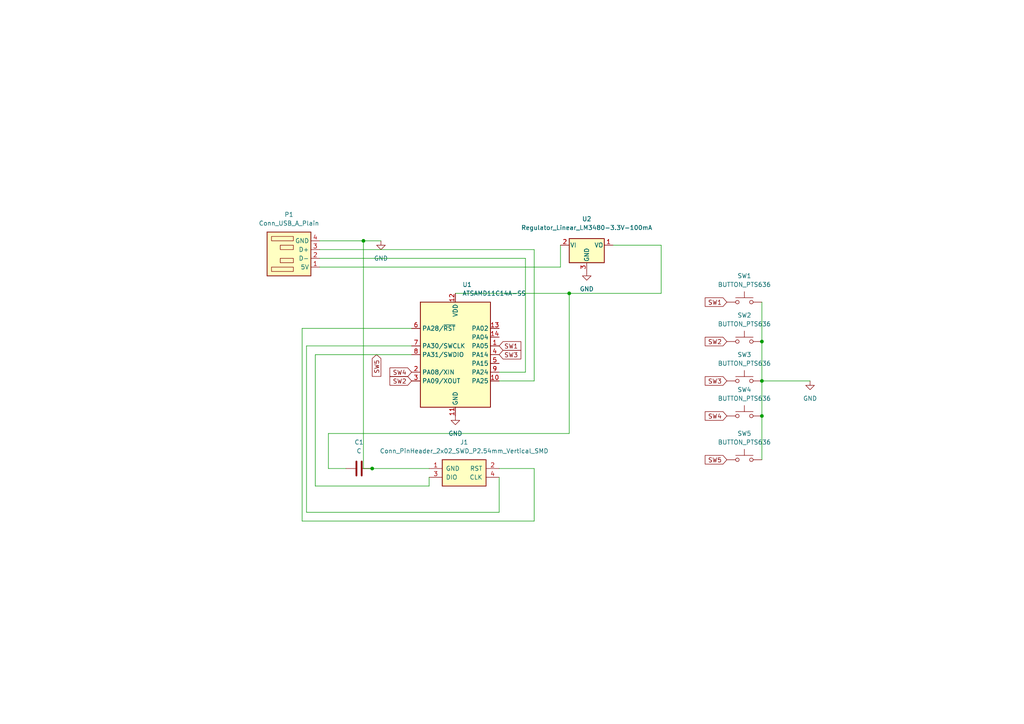
<source format=kicad_sch>
(kicad_sch (version 20211123) (generator eeschema)
  (paper "A4")
  (lib_symbols
    (symbol "fab:ATSAMD11C14A-SS"
      (property "Reference" "U" (at -10.16 16.51 0))
      (property "Value" "ATSAMD11C14A-SS" (at 1.27 16.51 0))
      (symbol "ATSAMD11C14A-SS_0_1"
        (rectangle (start -10.16 15.24) (end 10.16 -15.24) (stroke (width 0.254)) (fill (type background)))
      )
      (symbol "ATSAMD11C14A-SS_1_1"
        (pin bidirectional line (at 12.7 2.54 180) (length 2.54) (name "PA05") (number "1"))
        (pin bidirectional line (at 12.7 -7.62 180) (length 2.54) (name "PA25") (number "10"))
        (pin power_in line (at 0 -17.78 90) (length 2.54) (name "GND") (number "11"))
        (pin power_in line (at 0 17.78 270) (length 2.54) (name "VDD") (number "12"))
        (pin bidirectional line (at 12.7 7.62 180) (length 2.54) (name "PA02") (number "13"))
        (pin bidirectional line (at 12.7 5.08 180) (length 2.54) (name "PA04") (number "14"))
        (pin bidirectional line (at -12.7 -5.08 0) (length 2.54) (name "PA08/XIN") (number "2"))
        (pin bidirectional line (at -12.7 -7.62 0) (length 2.54) (name "PA09/XOUT") (number "3"))
        (pin bidirectional line (at 12.7 0 180) (length 2.54) (name "PA14") (number "4"))
        (pin bidirectional line (at 12.7 -2.54 180) (length 2.54) (name "PA15") (number "5"))
        (pin bidirectional line (at -12.7 7.62 0) (length 2.54) (name "PA28/~{RST}") (number "6"))
        (pin bidirectional line (at -12.7 2.54 0) (length 2.54) (name "PA30/SWCLK") (number "7"))
        (pin bidirectional line (at -12.7 0 0) (length 2.54) (name "PA31/SWDIO") (number "8"))
        (pin bidirectional line (at 12.7 -5.08 180) (length 2.54) (name "PA24") (number "9"))
      )
    )
    (symbol "fab:BUTTON_PTS636" (pin_numbers hide) (pin_names (offset 1.016) hide)
      (property "Reference" "SW" (at 1.27 2.54 0))
      (property "Value" "BUTTON_PTS636" (at 0 -1.524 0))
      (symbol "BUTTON_PTS636_0_1"
        (circle (center -2.032 0) (radius 0.508))
        (polyline (pts (xy 0 1.27) (xy 0 3.048)))
        (polyline (pts (xy 2.54 1.27) (xy -2.54 1.27)))
        (circle (center 2.032 0) (radius 0.508))
        (pin passive line (at -5.08 0 0) (length 2.54) (name "1") (number "1"))
        (pin passive line (at 5.08 0 180) (length 2.54) (name "2") (number "2"))
      )
    )
    (symbol "fab:C" (pin_numbers hide) (pin_names (offset 0.254))
      (property "Reference" "C" (at 0.635 2.54 0))
      (property "Value" "C" (at 0.635 -2.54 0))
      (symbol "C_0_1"
        (polyline (pts (xy -2.032 -0.762) (xy 2.032 -0.762)) (stroke (width 0.508)))
        (polyline (pts (xy -2.032 0.762) (xy 2.032 0.762)) (stroke (width 0.508)))
      )
      (symbol "C_1_1"
        (pin passive line (at 0 3.81 270) (length 2.794) (name "~") (number "1"))
        (pin passive line (at 0 -3.81 90) (length 2.794) (name "~") (number "2"))
      )
    )
    (symbol "fab:Conn_PinHeader_2x02_SWD_P2.54mm_Vertical_SMD" (pin_names (offset 1.016))
      (property "Reference" "J" (at -6.35 7.62 0))
      (property "Value" "Conn_PinHeader_2x02_SWD_P2.54mm_Vertical_SMD" (at -6.35 5.08 0))
      (symbol "Conn_PinHeader_2x02_SWD_P2.54mm_Vertical_SMD_1_1"
        (rectangle (start -6.35 3.81) (end 6.35 -3.81) (stroke (width 0.254)) (fill (type background)))
        (pin passive line (at -10.16 1.27 0) (length 3.81) (name "GND") (number "1"))
        (pin passive line (at 10.16 1.27 180) (length 3.81) (name "RST") (number "2"))
        (pin passive line (at -10.16 -1.27 0) (length 3.81) (name "DIO") (number "3"))
        (pin passive line (at 10.16 -1.27 180) (length 3.81) (name "CLK") (number "4"))
      )
    )
    (symbol "fab:Conn_USB_A_Plain"
      (property "Reference" "P" (at -6.35 10.16 0))
      (property "Value" "Conn_USB_A_Plain" (at -6.35 7.62 0))
      (symbol "Conn_USB_A_Plain_0_1"
        (rectangle (start -6.35 6.35) (end 6.35 -6.35) (stroke (width 0.254)) (fill (type background)))
        (rectangle (start -1.27 -3.81) (end 5.08 -5.08))
        (rectangle (start -1.27 -1.27) (end 2.54 -2.54))
        (rectangle (start -1.27 2.54) (end 2.54 1.27))
        (rectangle (start -1.27 5.08) (end 5.08 3.81))
      )
      (symbol "Conn_USB_A_Plain_1_1"
        (pin power_out line (at -8.89 3.81 0) (length 2.54) (name "5V") (number "1"))
        (pin bidirectional line (at -8.89 1.27 0) (length 2.54) (name "D-") (number "2"))
        (pin bidirectional line (at -8.89 -1.27 0) (length 2.54) (name "D+") (number "3"))
        (pin power_out line (at -8.89 -3.81 0) (length 2.54) (name "GND") (number "4"))
      )
    )
    (symbol "fab:Power_GND" (power) (pin_names (offset 0))
      (property "Value" "Power_GND" (at 0 -3.81 0))
      (symbol "Power_GND_0_1"
        (polyline (pts (xy 0 0) (xy 0 -1.27) (xy 1.27 -1.27) (xy 0 -2.54) (xy -1.27 -1.27) (xy 0 -1.27)))
      )
      (symbol "Power_GND_1_1"
        (pin power_in line (at 0 0 270) (length 0) hide (name "GND") (number "1"))
      )
    )
    (symbol "fab:Regulator_Linear_LM3480-3.3V-100mA" (pin_names (offset 0.254))
      (property "Reference" "U" (at -3.81 3.175 0))
      (property "Value" "Regulator_Linear_LM3480-3.3V-100mA" (at 0 3.175 0))
      (symbol "Regulator_Linear_LM3480-3.3V-100mA_0_1"
        (rectangle (start -5.08 1.905) (end 5.08 -5.08) (stroke (width 0.254)) (fill (type background)))
      )
      (symbol "Regulator_Linear_LM3480-3.3V-100mA_1_1"
        (pin power_out line (at 7.62 0 180) (length 2.54) (name "VO") (number "1"))
        (pin power_in line (at -7.62 0 0) (length 2.54) (name "VI") (number "2"))
        (pin power_in line (at 0 -7.62 90) (length 2.54) (name "GND") (number "3"))
      )
    )
  )
  (junction (at 220.98 99.06))
  (junction (at 220.98 120.65))
  (junction (at 107.95 135.89))
  (junction (at 165.1 85.09))
  (junction (at 220.98 110.49))
  (junction (at 105.41 69.85))
  (wire (pts (xy 107.95 135.89) (xy 124.46 135.89)))
  (wire (pts (xy 220.98 87.63) (xy 220.98 99.06)))
  (wire (pts (xy 95.25 135.89) (xy 95.25 125.73)))
  (wire (pts (xy 132.08 85.09) (xy 165.1 85.09)))
  (wire (pts (xy 154.94 72.39) (xy 154.94 110.49)))
  (wire (pts (xy 92.71 74.93) (xy 152.4 74.93)))
  (wire (pts (xy 92.71 69.85) (xy 105.41 69.85)))
  (wire (pts (xy 165.1 85.09) (xy 165.1 125.73)))
  (wire (pts (xy 87.63 151.13) (xy 154.94 151.13)))
  (wire (pts (xy 88.9 100.33) (xy 88.9 148.59)))
  (wire (pts (xy 144.78 107.95) (xy 152.4 107.95)))
  (wire (pts (xy 220.98 120.65) (xy 220.98 133.35)))
  (wire (pts (xy 91.44 140.97) (xy 124.46 140.97)))
  (wire (pts (xy 88.9 148.59) (xy 144.78 148.59)))
  (wire (pts (xy 92.71 77.47) (xy 162.56 77.47)))
  (wire (pts (xy 165.1 85.09) (xy 191.77 85.09)))
  (wire (pts (xy 144.78 138.43) (xy 144.78 148.59)))
  (wire (pts (xy 191.77 71.12) (xy 191.77 85.09)))
  (wire (pts (xy 95.25 125.73) (xy 165.1 125.73)))
  (wire (pts (xy 220.98 99.06) (xy 220.98 110.49)))
  (wire (pts (xy 162.56 77.47) (xy 162.56 71.12)))
  (wire (pts (xy 92.71 72.39) (xy 154.94 72.39)))
  (wire (pts (xy 119.38 100.33) (xy 88.9 100.33)))
  (wire (pts (xy 87.63 95.25) (xy 87.63 151.13)))
  (wire (pts (xy 119.38 102.87) (xy 91.44 102.87)))
  (wire (pts (xy 100.33 135.89) (xy 95.25 135.89)))
  (wire (pts (xy 177.8 71.12) (xy 191.77 71.12)))
  (wire (pts (xy 105.41 69.85) (xy 110.49 69.85)))
  (wire (pts (xy 220.98 110.49) (xy 234.95 110.49)))
  (wire (pts (xy 105.41 135.89) (xy 107.95 135.89)))
  (wire (pts (xy 220.98 110.49) (xy 220.98 120.65)))
  (wire (pts (xy 124.46 138.43) (xy 124.46 140.97)))
  (wire (pts (xy 154.94 151.13) (xy 154.94 135.89)))
  (wire (pts (xy 152.4 74.93) (xy 152.4 107.95)))
  (wire (pts (xy 154.94 110.49) (xy 144.78 110.49)))
  (wire (pts (xy 154.94 135.89) (xy 144.78 135.89)))
  (wire (pts (xy 105.41 135.89) (xy 105.41 69.85)))
  (wire (pts (xy 119.38 95.25) (xy 87.63 95.25)))
  (wire (pts (xy 91.44 102.87) (xy 91.44 140.97)))
  (global_label "SW3" (shape input) (at 210.82 110.49 180) (property "Intersheet References" "${INTERSHEET_REFS}" (effects hide)))
  (global_label "SW5" (shape input) (at 210.82 133.35 180) (property "Intersheet References" "${INTERSHEET_REFS}" (effects hide)))
  (global_label "SW4" (shape input) (at 119.38 107.95 180) (property "Intersheet References" "${INTERSHEET_REFS}" (effects hide)))
  (global_label "SW5" (shape input) (at 109.22 102.87 270) (property "Intersheet References" "${INTERSHEET_REFS}" (effects hide)))
  (global_label "SW1" (shape input) (at 144.78 100.33 0) (property "Intersheet References" "${INTERSHEET_REFS}" (effects hide)))
  (global_label "SW4" (shape input) (at 210.82 120.65 180) (property "Intersheet References" "${INTERSHEET_REFS}" (effects hide)))
  (global_label "SW2" (shape input) (at 210.82 99.06 180) (property "Intersheet References" "${INTERSHEET_REFS}" (effects hide)))
  (global_label "SW3" (shape input) (at 144.78 102.87 0) (property "Intersheet References" "${INTERSHEET_REFS}" (effects hide)))
  (global_label "SW2" (shape input) (at 119.38 110.49 180) (property "Intersheet References" "${INTERSHEET_REFS}" (effects hide)))
  (global_label "SW1" (shape input) (at 210.82 87.63 180) (property "Intersheet References" "${INTERSHEET_REFS}" (effects hide)))
  (symbol (lib_id "fab:BUTTON_PTS636") (at 215.9 120.65 0) (unit 1)
    (property "Reference" "SW4" (at 215.9 113.03 0))
    (property "Value" "BUTTON_PTS636" (at 215.9 115.57 0))
    (property "Footprint" "fab:Button_C&K_PTS636_6x3.5mm" (effects hide))
    (property "Datasheet" "https://dznh3ojzb2azq.cloudfront.net/products/Tactile/PTS636/documents/datasheet.pdf" (effects hide))
  )
  (symbol (lib_id "fab:Power_GND") (at 110.49 69.85 0) (unit 1)
    (property "Reference" "#PWR0102" (effects hide))
    (property "Value" "Power_GND" (at 110.49 74.93 0))
  )
  (symbol (lib_id "fab:BUTTON_PTS636") (at 215.9 133.35 0) (unit 1)
    (property "Reference" "SW5" (at 215.9 125.73 0))
    (property "Value" "BUTTON_PTS636" (at 215.9 128.27 0))
    (property "Footprint" "fab:Button_C&K_PTS636_6x3.5mm" (effects hide))
    (property "Datasheet" "https://dznh3ojzb2azq.cloudfront.net/products/Tactile/PTS636/documents/datasheet.pdf" (effects hide))
  )
  (symbol (lib_id "fab:Power_GND") (at 170.18 78.74 0) (unit 1)
    (property "Reference" "#PWR0103" (effects hide))
    (property "Value" "Power_GND" (at 170.18 83.82 0))
  )
  (symbol (lib_id "fab:Conn_PinHeader_2x02_SWD_P2.54mm_Vertical_SMD") (at 134.62 137.16 0) (unit 1)
    (property "Reference" "J1" (at 134.62 128.27 0))
    (property "Value" "Conn_PinHeader_2x02_SWD_P2.54mm_Vertical_SMD" (at 134.62 130.81 0))
    (property "Footprint" "fab:PinHeader_2x02_SWD_P2.54mm_Vertical_SMD" (effects hide))
    (property "Datasheet" "https://cdn.amphenol-icc.com/media/wysiwyg/files/drawing/95278.pdf" (effects hide))
  )
  (symbol (lib_id "fab:C") (at 104.14 135.89 90) (unit 1)
    (property "Reference" "C1" (at 104.14 128.27 90))
    (property "Value" "C" (at 104.14 130.81 90))
    (property "Footprint" "fab:C_1206" (effects hide))
  )
  (symbol (lib_id "fab:Power_GND") (at 132.08 120.65 0) (unit 1)
    (property "Reference" "#PWR0101" (effects hide))
    (property "Value" "Power_GND" (at 132.08 125.73 0))
  )
  (symbol (lib_id "fab:Regulator_Linear_LM3480-3.3V-100mA") (at 170.18 71.12 0) (unit 1)
    (property "Reference" "U2" (at 170.18 63.5 0))
    (property "Value" "Regulator_Linear_LM3480-3.3V-100mA" (at 170.18 66.04 0))
    (property "Footprint" "fab:SOT-23" (effects hide))
    (property "Datasheet" "https://www.ti.com/lit/ds/symlink/lm3480.pdf" (effects hide))
  )
  (symbol (lib_id "fab:ATSAMD11C14A-SS") (at 132.08 102.87 0) (unit 1)
    (property "Reference" "U1" (at 134.0994 82.55 0) (effects (justify left)))
    (property "Value" "ATSAMD11C14A-SS" (at 134.0994 85.09 0) (effects (justify left)))
    (property "Footprint" "fab:SOIC-14_3.9x8.7mm_P1.27mm" (effects hide))
  )
  (symbol (lib_id "fab:BUTTON_PTS636") (at 215.9 87.63 0) (unit 1)
    (property "Reference" "SW1" (at 215.9 80.01 0))
    (property "Value" "BUTTON_PTS636" (at 215.9 82.55 0))
    (property "Footprint" "fab:Button_C&K_PTS636_6x3.5mm" (effects hide))
    (property "Datasheet" "https://dznh3ojzb2azq.cloudfront.net/products/Tactile/PTS636/documents/datasheet.pdf" (effects hide))
  )
  (symbol (lib_id "fab:Conn_USB_A_Plain") (at 83.82 73.66 180) (unit 1)
    (property "Reference" "P1" (at 83.82 62.23 0))
    (property "Value" "Conn_USB_A_Plain" (at 83.82 64.77 0))
    (property "Footprint" "fab:Conn_USB_A_Plain" (effects hide))
  )
  (symbol (lib_id "fab:BUTTON_PTS636") (at 215.9 110.49 0) (unit 1)
    (property "Reference" "SW3" (at 215.9 102.87 0))
    (property "Value" "BUTTON_PTS636" (at 215.9 105.41 0))
    (property "Footprint" "fab:Button_C&K_PTS636_6x3.5mm" (effects hide))
    (property "Datasheet" "https://dznh3ojzb2azq.cloudfront.net/products/Tactile/PTS636/documents/datasheet.pdf" (effects hide))
  )
  (symbol (lib_id "fab:Power_GND") (at 234.95 110.49 0) (unit 1)
    (property "Reference" "#PWR0104" (effects hide))
    (property "Value" "Power_GND" (at 234.95 115.57 0))
  )
  (symbol (lib_id "fab:BUTTON_PTS636") (at 215.9 99.06 0) (unit 1)
    (property "Reference" "SW2" (at 215.9 91.44 0))
    (property "Value" "BUTTON_PTS636" (at 215.9 93.98 0))
    (property "Footprint" "fab:Button_C&K_PTS636_6x3.5mm" (effects hide))
    (property "Datasheet" "https://dznh3ojzb2azq.cloudfront.net/products/Tactile/PTS636/documents/datasheet.pdf" (effects hide))
  )
)
</source>
